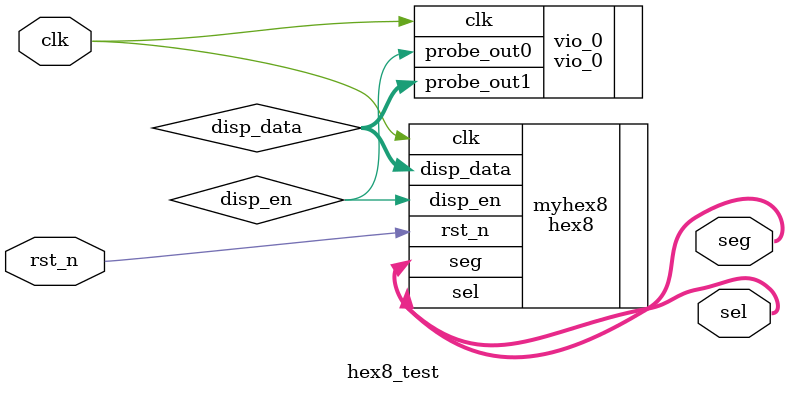
<source format=v>
`timescale 1ns / 1ps



module hex8_test(
    clk, rst_n, sel, seg
    );

    input clk;
    input rst_n;
    output [7:0] sel;
    output [7:0] seg;

    wire disp_en;
    wire [31:0] disp_data;//4bit * 8


    hex8 myhex8(.clk(clk), .rst_n(rst_n), .disp_en(disp_en), .sel(sel), .seg(seg), .disp_data(disp_data));
    
    vio_0 vio_0(.clk(clk), .probe_out0(disp_en), .probe_out1(disp_data));


endmodule

</source>
